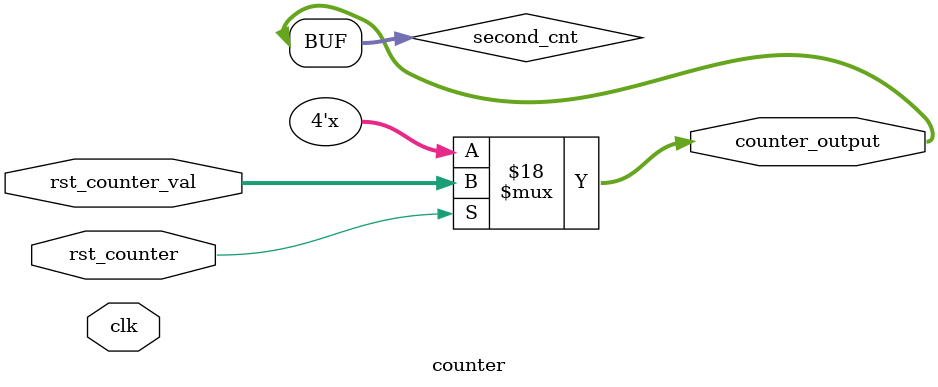
<source format=v>
`include "../../lib/EECS151.v"

module counter #(
        parameter N = 4,
        parameter RATE_HZ = 1
    ) (
        input clk,
        input rst_counter,
        input [N-1:0] rst_counter_val,
        output [N-1:0] counter_output
    );

    // a reg to store the tick

    wire [31:0] tick_cnt;
    reg [31:0] tick_cnt_next;
    reg [N-1:0] second_cnt;

    REGISTER #(.N(32)) tick_reg(.q(tick_cnt), .d(tick_cnt_next), .clk(clk));

    always @(*) begin
        if(rst_counter) begin
            tick_cnt_next = 0;
            second_cnt = rst_counter_val;
        end
        else if(tick_cnt == RATE_HZ) begin
            // a new second
            tick_cnt_next = 0;
            second_cnt = second_cnt + 1;
        end
        else begin
            tick_cnt_next = tick_cnt + 1;
        end
    end

    assign counter_output = second_cnt;

endmodule

</source>
